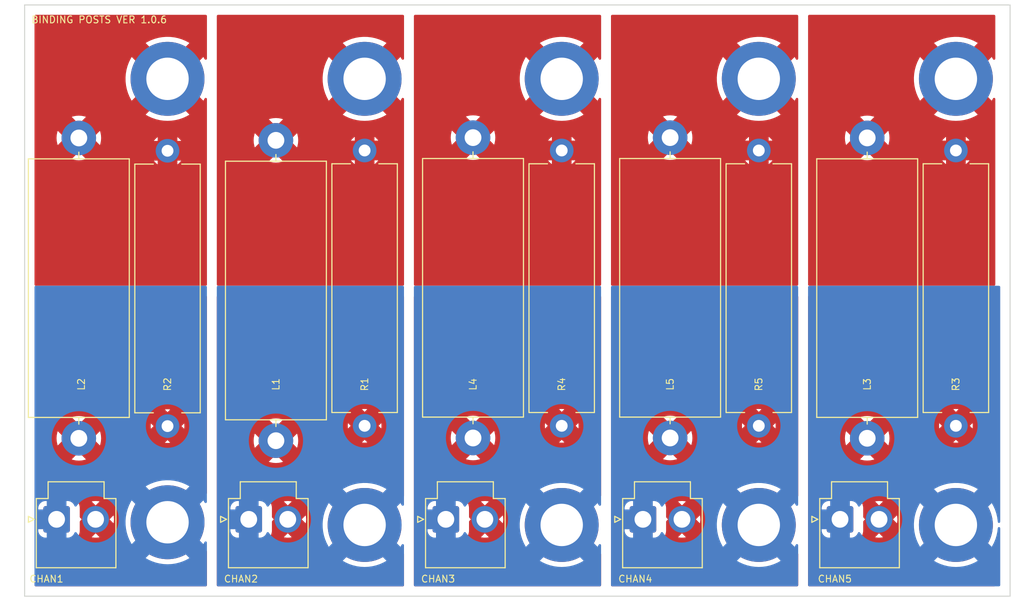
<source format=kicad_pcb>
(kicad_pcb (version 20211014) (generator pcbnew)
  (layers (0 "F.Cu" signal) (31 "B.Cu" signal) (34 "B.Paste" user) (35 "F.Paste" user) (36 "B.SilkS" user "B.Silkscreen") (37 "F.SilkS" user "F.Silkscreen") (38 "B.Mask" user) (39 "F.Mask" user) (44 "Edge.Cuts" user))
  (net 0 "")
  (net 1 "SIGNAL")
  (net 2 "PGND")
  (net 3 "SPEAKER")
  (net 4 "SPEAKER2")
  (net 5 "PGND2")
  (net 6 "SIGNAL2")
  (net 7 "SPEAKER3")
  (net 8 "PGND3")
  (net 9 "SIGNAL3")
  (net 10 "SPEAKER4")
  (net 11 "PGND4")
  (net 12 "SIGNAL4")
  (net 13 "SPEAKER5")
  (net 14 "PGND5")
  (net 15 "SIGNAL5")
  (footprint "Connector_JST:JST_VH_B2P-VH-B_1x02_P3.96mm_Vertical" (layer "F.Cu") (at 166.2425 92.7)
    (fp_text reference "J4" hide)
    (fp_text value "Conn_01x02_Male")
    (fp_line (start -2.06 -2.11) (end -0.86 -2.11) (layer "F.SilkS") (width 0.12))
    (fp_line (start 4.82 -2.11) (end 6.02 -2.11) (layer "F.SilkS") (width 0.12))
    (fp_line (start -0.86 -2.11) (end -0.86 -3.81) (layer "F.SilkS") (width 0.12))
    (fp_line (start 6.02 -2.11) (end 6.02 4.91) (layer "F.SilkS") (width 0.12))
    (fp_line (start -2.06 4.91) (end -2.06 -2.11) (layer "F.SilkS") (width 0.12))
    (fp_line (start -2.86 0.3) (end -2.86 -0.3) (layer "F.SilkS") (width 0.12))
    (fp_line (start -2.86 -0.3) (end -2.26 0) (layer "F.SilkS") (width 0.12))
    (fp_line (start 4.82 -3.81) (end 4.82 -2.11) (layer "F.SilkS") (width 0.12))
    (fp_line (start -0.86 -3.81) (end 4.82 -3.81) (layer "F.SilkS") (width 0.12))
    (fp_line (start 6.02 4.91) (end -2.06 4.91) (layer "F.SilkS") (width 0.12))
    (fp_line (start -2.26 0) (end -2.86 0.3) (layer "F.SilkS") (width 0.12))
    (pad "1" thru_hole roundrect (at 0 0) (size 2.7 2.7) (drill 1.7) (layers *.Cu *.Mask) (roundrect_rratio 0.09259296296) (net 8 "PGND3"))
    (pad "2" thru_hole circle (at 3.96 0) (size 2.7 2.7) (drill 1.7) (layers *.Cu *.Mask) (net 9 "SIGNAL3"))
  )
  (footprint "Inductor_THT:L_Axial_L26.0mm_D10.0mm_P30.48mm_Horizontal_Fastron_77A" (layer "F.Cu") (at 169 53.965 -90)
    (fp_text reference "L4" (at 25.035 0 90 unlocked) (layer "F.SilkS") (effects (font (size 0.7 0.7) (thickness 0.1))))
    (fp_text value "0.7u")
    (fp_line (start 28.36 -5.12) (end 2.12 -5.12) (layer "F.SilkS") (width 0.12))
    (fp_line (start 2.12 5.12) (end 28.36 5.12) (layer "F.SilkS") (width 0.12))
    (fp_line (start 28.36 5.12) (end 28.36 -5.12) (layer "F.SilkS") (width 0.12))
    (fp_line (start 29.04 0) (end 28.36 0) (layer "F.SilkS") (width 0.12))
    (fp_line (start 1.44 0) (end 2.12 0) (layer "F.SilkS") (width 0.12))
    (fp_line (start 2.12 -5.12) (end 2.12 5.12) (layer "F.SilkS") (width 0.12))
    (pad "1" thru_hole circle (at 0 0 270) (size 3.5 3.5) (drill 1.7) (layers *.Cu *.Mask) (net 7 "SPEAKER3"))
    (pad "2" thru_hole circle (at 30.48 0 270) (size 3.5 3.5) (drill 1.7) (layers *.Cu *.Mask) (net 9 "SIGNAL3"))
  )
  (footprint "MountingHole:MountingHole_4.3mm_M4_DIN965_Pad" (layer "F.Cu") (at 138 92.995)
    (fp_text reference "H4" hide)
    (fp_text value "MountingHole_Pad")
    (pad "1" thru_hole circle (at 0 0) (size 7.5 7.5) (drill 4.3) (layers *.Cu *.Mask) (net 2 "PGND"))
  )
  (footprint "Inductor_THT:L_Axial_L26.0mm_D10.0mm_P30.48mm_Horizontal_Fastron_77A" (layer "F.Cu") (at 129 54 -90)
    (fp_text reference "L2" (at 25 -0.25 90 unlocked) (layer "F.SilkS") (effects (font (size 0.7 0.7) (thickness 0.1))))
    (fp_text value "0.7u")
    (fp_line (start 28.36 5.12) (end 28.36 -5.12) (layer "F.SilkS") (width 0.12))
    (fp_line (start 1.44 0) (end 2.12 0) (layer "F.SilkS") (width 0.12))
    (fp_line (start 28.36 -5.12) (end 2.12 -5.12) (layer "F.SilkS") (width 0.12))
    (fp_line (start 2.12 -5.12) (end 2.12 5.12) (layer "F.SilkS") (width 0.12))
    (fp_line (start 2.12 5.12) (end 28.36 5.12) (layer "F.SilkS") (width 0.12))
    (fp_line (start 29.04 0) (end 28.36 0) (layer "F.SilkS") (width 0.12))
    (pad "1" thru_hole circle (at 0 0 270) (size 3.5 3.5) (drill 1.7) (layers *.Cu *.Mask) (net 3 "SPEAKER"))
    (pad "2" thru_hole circle (at 30.48 0 270) (size 3.5 3.5) (drill 1.7) (layers *.Cu *.Mask) (net 1 "SIGNAL"))
  )
  (footprint "MountingHole:MountingHole_4.3mm_M4_DIN965_Pad" (layer "F.Cu") (at 218 93.27)
    (fp_text reference "H7" hide)
    (fp_text value "MountingHole_Pad")
    (pad "1" thru_hole circle (at 0 0) (size 7.5 7.5) (drill 4.3) (layers *.Cu *.Mask) (net 14 "PGND5"))
  )
  (footprint "MountingHole:MountingHole_4.3mm_M4_DIN965_Pad" (layer "F.Cu") (at 218 48)
    (fp_text reference "H5" hide)
    (fp_text value "MountingHole_Pad")
    (pad "1" thru_hole circle (at 0 0) (size 7.5 7.5) (drill 4.3) (layers *.Cu *.Mask) (net 13 "SPEAKER5"))
  )
  (footprint "MountingHole:MountingHole_4.3mm_M4_DIN965_Pad" (layer "F.Cu") (at 178 48)
    (fp_text reference "H6" hide)
    (fp_text value "MountingHole_Pad")
    (pad "1" thru_hole circle (at 0 0) (size 7.5 7.5) (drill 4.3) (layers *.Cu *.Mask) (net 7 "SPEAKER3"))
  )
  (footprint "Resistor_THT:R_Axial_Power_L25.0mm_W6.4mm_P27.94mm" (layer "F.Cu") (at 198 83.21 90)
    (fp_text reference "R5" (at 4.21 0 90 unlocked) (layer "F.SilkS") (effects (font (size 0.7 0.7) (thickness 0.1))))
    (fp_text value "10R")
    (fp_line (start 1.35 3.32) (end 26.59 3.32) (layer "F.SilkS") (width 0.12))
    (fp_line (start 1.35 -1.44) (end 1.35 -3.32) (layer "F.SilkS") (width 0.12))
    (fp_line (start 1.35 1.44) (end 1.35 3.32) (layer "F.SilkS") (width 0.12))
    (fp_line (start 1.35 -3.32) (end 26.59 -3.32) (layer "F.SilkS") (width 0.12))
    (fp_line (start 26.59 3.32) (end 26.59 1.44) (layer "F.SilkS") (width 0.12))
    (fp_line (start 26.59 -3.32) (end 26.59 -1.44) (layer "F.SilkS") (width 0.12))
    (pad "1" thru_hole circle (at 0 0 90) (size 2.4 2.4) (drill 1.2) (layers *.Cu *.Mask) (net 12 "SIGNAL4"))
    (pad "2" thru_hole oval (at 27.94 0 90) (size 2.4 2.4) (drill 1.2) (layers *.Cu *.Mask) (net 10 "SPEAKER4"))
  )
  (footprint "MountingHole:MountingHole_4.3mm_M4_DIN965_Pad" (layer "F.Cu") (at 138 48)
    (fp_text reference "H2" hide)
    (fp_text value "MountingHole_Pad")
    (pad "1" thru_hole circle (at 0 0) (size 7.5 7.5) (drill 4.3) (layers *.Cu *.Mask) (net 3 "SPEAKER"))
  )
  (footprint "Resistor_THT:R_Axial_Power_L25.0mm_W6.4mm_P27.94mm" (layer "F.Cu") (at 138 83.24 90)
    (fp_text reference "R2" (at 4.24 0 90 unlocked) (layer "F.SilkS") (effects (font (size 0.7 0.7) (thickness 0.1))))
    (fp_text value "10R")
    (fp_line (start 1.35 3.32) (end 26.59 3.32) (layer "F.SilkS") (width 0.12))
    (fp_line (start 26.59 -3.32) (end 26.59 -1.44) (layer "F.SilkS") (width 0.12))
    (fp_line (start 1.35 -1.44) (end 1.35 -3.32) (layer "F.SilkS") (width 0.12))
    (fp_line (start 1.35 -3.32) (end 26.59 -3.32) (layer "F.SilkS") (width 0.12))
    (fp_line (start 1.35 1.44) (end 1.35 3.32) (layer "F.SilkS") (width 0.12))
    (fp_line (start 26.59 3.32) (end 26.59 1.44) (layer "F.SilkS") (width 0.12))
    (pad "1" thru_hole circle (at 0 0 90) (size 2.4 2.4) (drill 1.2) (layers *.Cu *.Mask) (net 1 "SIGNAL"))
    (pad "2" thru_hole oval (at 27.94 0 90) (size 2.4 2.4) (drill 1.2) (layers *.Cu *.Mask) (net 3 "SPEAKER"))
  )
  (footprint "Resistor_THT:R_Axial_Power_L25.0mm_W6.4mm_P27.94mm" (layer "F.Cu") (at 218 83.21 90)
    (fp_text reference "R3" (at 4.21 0 90 unlocked) (layer "F.SilkS") (effects (font (size 0.7 0.7) (thickness 0.1))))
    (fp_text value "10R")
    (fp_line (start 1.35 1.44) (end 1.35 3.32) (layer "F.SilkS") (width 0.12))
    (fp_line (start 26.59 -3.32) (end 26.59 -1.44) (layer "F.SilkS") (width 0.12))
    (fp_line (start 1.35 -3.32) (end 26.59 -3.32) (layer "F.SilkS") (width 0.12))
    (fp_line (start 1.35 -1.44) (end 1.35 -3.32) (layer "F.SilkS") (width 0.12))
    (fp_line (start 26.59 3.32) (end 26.59 1.44) (layer "F.SilkS") (width 0.12))
    (fp_line (start 1.35 3.32) (end 26.59 3.32) (layer "F.SilkS") (width 0.12))
    (pad "1" thru_hole circle (at 0 0 90) (size 2.4 2.4) (drill 1.2) (layers *.Cu *.Mask) (net 15 "SIGNAL5"))
    (pad "2" thru_hole oval (at 27.94 0 90) (size 2.4 2.4) (drill 1.2) (layers *.Cu *.Mask) (net 13 "SPEAKER5"))
  )
  (footprint "Inductor_THT:L_Axial_L26.0mm_D10.0mm_P30.48mm_Horizontal_Fastron_77A" (layer "F.Cu") (at 149 54.24 -90)
    (fp_text reference "L1" (at 24.76 0 90 unlocked) (layer "F.SilkS") (effects (font (size 0.7 0.7) (thickness 0.1))))
    (fp_text value "0.7u")
    (fp_line (start 2.12 5.12) (end 28.36 5.12) (layer "F.SilkS") (width 0.12))
    (fp_line (start 1.44 0) (end 2.12 0) (layer "F.SilkS") (width 0.12))
    (fp_line (start 28.36 -5.12) (end 2.12 -5.12) (layer "F.SilkS") (width 0.12))
    (fp_line (start 28.36 5.12) (end 28.36 -5.12) (layer "F.SilkS") (width 0.12))
    (fp_line (start 2.12 -5.12) (end 2.12 5.12) (layer "F.SilkS") (width 0.12))
    (fp_line (start 29.04 0) (end 28.36 0) (layer "F.SilkS") (width 0.12))
    (pad "1" thru_hole circle (at 0 0 270) (size 3.5 3.5) (drill 1.7) (layers *.Cu *.Mask) (net 4 "SPEAKER2"))
    (pad "2" thru_hole circle (at 30.48 0 270) (size 3.5 3.5) (drill 1.7) (layers *.Cu *.Mask) (net 6 "SIGNAL2"))
  )
  (footprint "Connector_JST:JST_VH_B2P-VH-B_1x02_P3.96mm_Vertical" (layer "F.Cu") (at 146.2425 92.7)
    (fp_text reference "J1" hide)
    (fp_text value "Conn_01x02_Male")
    (fp_line (start -2.86 0.3) (end -2.86 -0.3) (layer "F.SilkS") (width 0.12))
    (fp_line (start 6.02 4.91) (end -2.06 4.91) (layer "F.SilkS") (width 0.12))
    (fp_line (start -0.86 -2.11) (end -0.86 -3.81) (layer "F.SilkS") (width 0.12))
    (fp_line (start -2.06 -2.11) (end -0.86 -2.11) (layer "F.SilkS") (width 0.12))
    (fp_line (start -2.26 0) (end -2.86 0.3) (layer "F.SilkS") (width 0.12))
    (fp_line (start -2.86 -0.3) (end -2.26 0) (layer "F.SilkS") (width 0.12))
    (fp_line (start 4.82 -2.11) (end 6.02 -2.11) (layer "F.SilkS") (width 0.12))
    (fp_line (start 4.82 -3.81) (end 4.82 -2.11) (layer "F.SilkS") (width 0.12))
    (fp_line (start 6.02 -2.11) (end 6.02 4.91) (layer "F.SilkS") (width 0.12))
    (fp_line (start -0.86 -3.81) (end 4.82 -3.81) (layer "F.SilkS") (width 0.12))
    (fp_line (start -2.06 4.91) (end -2.06 -2.11) (layer "F.SilkS") (width 0.12))
    (pad "1" thru_hole roundrect (at 0 0) (size 2.7 2.7) (drill 1.7) (layers *.Cu *.Mask) (roundrect_rratio 0.09259296296) (net 5 "PGND2"))
    (pad "2" thru_hole circle (at 3.96 0) (size 2.7 2.7) (drill 1.7) (layers *.Cu *.Mask) (net 6 "SIGNAL2"))
  )
  (footprint "MountingHole:MountingHole_4.3mm_M4_DIN965_Pad" (layer "F.Cu") (at 198 48)
    (fp_text reference "H9" hide)
    (fp_text value "MountingHole_Pad")
    (pad "1" thru_hole circle (at 0 0) (size 7.5 7.5) (drill 4.3) (layers *.Cu *.Mask) (net 10 "SPEAKER4"))
  )
  (footprint "Resistor_THT:R_Axial_Power_L25.0mm_W6.4mm_P27.94mm" (layer "F.Cu") (at 178 83.21 90)
    (fp_text reference "R4" (at 4.21 0 90 unlocked) (layer "F.SilkS") (effects (font (size 0.7 0.7) (thickness 0.1))))
    (fp_text value "10R")
    (fp_line (start 1.35 1.44) (end 1.35 3.32) (layer "F.SilkS") (width 0.12))
    (fp_line (start 26.59 3.32) (end 26.59 1.44) (layer "F.SilkS") (width 0.12))
    (fp_line (start 1.35 -3.32) (end 26.59 -3.32) (layer "F.SilkS") (width 0.12))
    (fp_line (start 1.35 -1.44) (end 1.35 -3.32) (layer "F.SilkS") (width 0.12))
    (fp_line (start 1.35 3.32) (end 26.59 3.32) (layer "F.SilkS") (width 0.12))
    (fp_line (start 26.59 -3.32) (end 26.59 -1.44) (layer "F.SilkS") (width 0.12))
    (pad "1" thru_hole circle (at 0 0 90) (size 2.4 2.4) (drill 1.2) (layers *.Cu *.Mask) (net 9 "SIGNAL3"))
    (pad "2" thru_hole oval (at 27.94 0 90) (size 2.4 2.4) (drill 1.2) (layers *.Cu *.Mask) (net 7 "SPEAKER3"))
  )
  (footprint "MountingHole:MountingHole_4.3mm_M4_DIN965_Pad" (layer "F.Cu") (at 158 48)
    (fp_text reference "H1" hide)
    (fp_text value "MountingHole_Pad")
    (pad "1" thru_hole circle (at 0 0) (size 7.5 7.5) (drill 4.3) (layers *.Cu *.Mask) (net 4 "SPEAKER2"))
  )
  (footprint "Resistor_THT:R_Axial_Power_L25.0mm_W6.4mm_P27.94mm" (layer "F.Cu") (at 158 83.21 90)
    (fp_text reference "R1" (at 4.21 0 90 unlocked) (layer "F.SilkS") (effects (font (size 0.7 0.7) (thickness 0.1))))
    (fp_text value "10R")
    (fp_line (start 26.59 -3.32) (end 26.59 -1.44) (layer "F.SilkS") (width 0.12))
    (fp_line (start 26.59 3.32) (end 26.59 1.44) (layer "F.SilkS") (width 0.12))
    (fp_line (start 1.35 -3.32) (end 26.59 -3.32) (layer "F.SilkS") (width 0.12))
    (fp_line (start 1.35 -1.44) (end 1.35 -3.32) (layer "F.SilkS") (width 0.12))
    (fp_line (start 1.35 3.32) (end 26.59 3.32) (layer "F.SilkS") (width 0.12))
    (fp_line (start 1.35 1.44) (end 1.35 3.32) (layer "F.SilkS") (width 0.12))
    (pad "1" thru_hole circle (at 0 0 90) (size 2.4 2.4) (drill 1.2) (layers *.Cu *.Mask) (net 6 "SIGNAL2"))
    (pad "2" thru_hole oval (at 27.94 0 90) (size 2.4 2.4) (drill 1.2) (layers *.Cu *.Mask) (net 4 "SPEAKER2"))
  )
  (footprint "Inductor_THT:L_Axial_L26.0mm_D10.0mm_P30.48mm_Horizontal_Fastron_77A" (layer "F.Cu") (at 189 53.965 -90)
    (fp_text reference "L5" (at 25.035 0 90 unlocked) (layer "F.SilkS") (effects (font (size 0.7 0.7) (thickness 0.1))))
    (fp_text value "0.7u")
    (fp_line (start 28.36 -5.12) (end 2.12 -5.12) (layer "F.SilkS") (width 0.12))
    (fp_line (start 2.12 5.12) (end 28.36 5.12) (layer "F.SilkS") (width 0.12))
    (fp_line (start 29.04 0) (end 28.36 0) (layer "F.SilkS") (width 0.12))
    (fp_line (start 1.44 0) (end 2.12 0) (layer "F.SilkS") (width 0.12))
    (fp_line (start 28.36 5.12) (end 28.36 -5.12) (layer "F.SilkS") (width 0.12))
    (fp_line (start 2.12 -5.12) (end 2.12 5.12) (layer "F.SilkS") (width 0.12))
    (pad "1" thru_hole circle (at 0 0 270) (size 3.5 3.5) (drill 1.7) (layers *.Cu *.Mask) (net 10 "SPEAKER4"))
    (pad "2" thru_hole circle (at 30.48 0 270) (size 3.5 3.5) (drill 1.7) (layers *.Cu *.Mask) (net 12 "SIGNAL4"))
  )
  (footprint "Inductor_THT:L_Axial_L26.0mm_D10.0mm_P30.48mm_Horizontal_Fastron_77A" (layer "F.Cu") (at 209 53.995 -90)
    (fp_text reference "L3" (at 25.005 0 90 unlocked) (layer "F.SilkS") (effects (font (size 0.7 0.7) (thickness 0.1))))
    (fp_text value "0.7u")
    (fp_line (start 1.44 0) (end 2.12 0) (layer "F.SilkS") (width 0.12))
    (fp_line (start 2.12 5.12) (end 28.36 5.12) (layer "F.SilkS") (width 0.12))
    (fp_line (start 28.36 -5.12) (end 2.12 -5.12) (layer "F.SilkS") (width 0.12))
    (fp_line (start 2.12 -5.12) (end 2.12 5.12) (layer "F.SilkS") (width 0.12))
    (fp_line (start 29.04 0) (end 28.36 0) (layer "F.SilkS") (width 0.12))
    (fp_line (start 28.36 5.12) (end 28.36 -5.12) (layer "F.SilkS") (width 0.12))
    (pad "1" thru_hole circle (at 0 0 270) (size 3.5 3.5) (drill 1.7) (layers *.Cu *.Mask) (net 13 "SPEAKER5"))
    (pad "2" thru_hole circle (at 30.48 0 270) (size 3.5 3.5) (drill 1.7) (layers *.Cu *.Mask) (net 15 "SIGNAL5"))
  )
  (footprint "Connector_JST:JST_VH_B2P-VH-B_1x02_P3.96mm_Vertical" (layer "F.Cu") (at 186.2425 92.7)
    (fp_text reference "J5" hide)
    (fp_text value "Conn_01x02_Male")
    (fp_line (start -2.86 0.3) (end -2.86 -0.3) (layer "F.SilkS") (width 0.12))
    (fp_line (start -2.86 -0.3) (end -2.26 0) (layer "F.SilkS") (width 0.12))
    (fp_line (start -2.06 -2.11) (end -0.86 -2.11) (layer "F.SilkS") (width 0.12))
    (fp_line (start -0.86 -2.11) (end -0.86 -3.81) (layer "F.SilkS") (width 0.12))
    (fp_line (start -2.06 4.91) (end -2.06 -2.11) (layer "F.SilkS") (width 0.12))
    (fp_line (start 4.82 -2.11) (end 6.02 -2.11) (layer "F.SilkS") (width 0.12))
    (fp_line (start -0.86 -3.81) (end 4.82 -3.81) (layer "F.SilkS") (width 0.12))
    (fp_line (start 4.82 -3.81) (end 4.82 -2.11) (layer "F.SilkS") (width 0.12))
    (fp_line (start 6.02 4.91) (end -2.06 4.91) (layer "F.SilkS") (width 0.12))
    (fp_line (start -2.26 0) (end -2.86 0.3) (layer "F.SilkS") (width 0.12))
    (fp_line (start 6.02 -2.11) (end 6.02 4.91) (layer "F.SilkS") (width 0.12))
    (pad "1" thru_hole roundrect (at 0 0) (size 2.7 2.7) (drill 1.7) (layers *.Cu *.Mask) (roundrect_rratio 0.09259296296) (net 11 "PGND4"))
    (pad "2" thru_hole circle (at 3.96 0) (size 2.7 2.7) (drill 1.7) (layers *.Cu *.Mask) (net 12 "SIGNAL4"))
  )
  (footprint "Connector_JST:JST_VH_B2P-VH-B_1x02_P3.96mm_Vertical" (layer "F.Cu") (at 206.2425 92.7)
    (fp_text reference "J3" hide)
    (fp_text value "Conn_01x02_Male")
    (fp_line (start 4.82 -3.81) (end 4.82 -2.11) (layer "F.SilkS") (width 0.12))
    (fp_line (start -2.06 4.91) (end -2.06 -2.11) (layer "F.SilkS") (width 0.12))
    (fp_line (start -0.86 -2.11) (end -0.86 -3.81) (layer "F.SilkS") (width 0.12))
    (fp_line (start -2.26 0) (end -2.86 0.3) (layer "F.SilkS") (width 0.12))
    (fp_line (start -2.86 0.3) (end -2.86 -0.3) (layer "F.SilkS") (width 0.12))
    (fp_line (start 6.02 -2.11) (end 6.02 4.91) (layer "F.SilkS") (width 0.12))
    (fp_line (start -2.06 -2.11) (end -0.86 -2.11) (layer "F.SilkS") (width 0.12))
    (fp_line (start -2.86 -0.3) (end -2.26 0) (layer "F.SilkS") (width 0.12))
    (fp_line (start 4.82 -2.11) (end 6.02 -2.11) (layer "F.SilkS") (width 0.12))
    (fp_line (start 6.02 4.91) (end -2.06 4.91) (layer "F.SilkS") (width 0.12))
    (fp_line (start -0.86 -3.81) (end 4.82 -3.81) (layer "F.SilkS") (width 0.12))
    (pad "1" thru_hole roundrect (at 0 0) (size 2.7 2.7) (drill 1.7) (layers *.Cu *.Mask) (roundrect_rratio 0.09259296296) (net 14 "PGND5"))
    (pad "2" thru_hole circle (at 3.96 0) (size 2.7 2.7) (drill 1.7) (layers *.Cu *.Mask) (net 15 "SIGNAL5"))
  )
  (footprint "Connector_JST:JST_VH_B2P-VH-B_1x02_P3.96mm_Vertical" (layer "F.Cu") (at 126.7425 92.7)
    (fp_text reference "J2" hide)
    (fp_text value "Conn_01x02_Male")
    (fp_line (start 6.02 -2.11) (end 6.02 4.91) (layer "F.SilkS") (width 0.12))
    (fp_line (start -2.86 0.3) (end -2.86 -0.3) (layer "F.SilkS") (width 0.12))
    (fp_line (start -0.86 -2.11) (end -0.86 -3.81) (layer "F.SilkS") (width 0.12))
    (fp_line (start -2.86 -0.3) (end -2.26 0) (layer "F.SilkS") (width 0.12))
    (fp_line (start -2.06 -2.11) (end -0.86 -2.11) (layer "F.SilkS") (width 0.12))
    (fp_line (start -2.26 0) (end -2.86 0.3) (layer "F.SilkS") (width 0.12))
    (fp_line (start 4.82 -3.81) (end 4.82 -2.11) (layer "F.SilkS") (width 0.12))
    (fp_line (start 6.02 4.91) (end -2.06 4.91) (layer "F.SilkS") (width 0.12))
    (fp_line (start -0.86 -3.81) (end 4.82 -3.81) (layer "F.SilkS") (width 0.12))
    (fp_line (start -2.06 4.91) (end -2.06 -2.11) (layer "F.SilkS") (width 0.12))
    (fp_line (start 4.82 -2.11) (end 6.02 -2.11) (layer "F.SilkS") (width 0.12))
    (pad "1" thru_hole roundrect (at 0 0) (size 2.7 2.7) (drill 1.7) (layers *.Cu *.Mask) (roundrect_rratio 0.09259296296) (net 2 "PGND"))
    (pad "2" thru_hole circle (at 3.96 0) (size 2.7 2.7) (drill 1.7) (layers *.Cu *.Mask) (net 1 "SIGNAL"))
  )
  (footprint "MountingHole:MountingHole_4.3mm_M4_DIN965_Pad" (layer "F.Cu") (at 158 93.27)
    (fp_text reference "H3" hide)
    (fp_text value "MountingHole_Pad")
    (pad "1" thru_hole circle (at 0 0) (size 7.5 7.5) (drill 4.3) (layers *.Cu *.Mask) (net 5 "PGND2"))
  )
  (footprint "MountingHole:MountingHole_4.3mm_M4_DIN965_Pad" (layer "F.Cu") (at 178 93.27)
    (fp_text reference "H8" hide)
    (fp_text value "MountingHole_Pad")
    (pad "1" thru_hole circle (at 0 0) (size 7.5 7.5) (drill 4.3) (layers *.Cu *.Mask) (net 8 "PGND3"))
  )
  (footprint "MountingHole:MountingHole_4.3mm_M4_DIN965_Pad" (layer "F.Cu") (at 198 93.27)
    (fp_text reference "H10" hide)
    (fp_text value "MountingHole_Pad")
    (pad "1" thru_hole circle (at 0 0) (size 7.5 7.5) (drill 4.3) (layers *.Cu *.Mask) (net 11 "PGND4"))
  )
  (gr_line (start 123.5 40.5) (end 123.5 100.5) (layer "Edge.Cuts") (width 0.1))
  (gr_line (start 223.5 100.5) (end 223.5 40.5) (layer "Edge.Cuts") (width 0.1))
  (gr_line (start 223.5 40.5) (end 123.5 40.5) (layer "Edge.Cuts") (width 0.1))
  (gr_line (start 123.5 100.5) (end 223.5 100.5) (layer "Edge.Cuts") (width 0.1))
  (gr_text "CHAN3" (at 167.2375 98.75) (layer "F.SilkS") (effects (font (size 0.7 0.7) (thickness 0.1)) (justify right)))
  (gr_text "CHAN5" (at 207.5 98.75) (layer "F.SilkS") (effects (font (size 0.7 0.7) (thickness 0.1)) (justify right)))
  (gr_text "CHAN4" (at 187.25 98.75) (layer "F.SilkS") (effects (font (size 0.7 0.7) (thickness 0.1)) (justify right)))
  (gr_text "CHAN2" (at 147.2375 98.75) (layer "F.SilkS") (effects (font (size 0.7 0.7) (thickness 0.1)) (justify right)))
  (gr_text "CHAN1" (at 127.5 98.75) (layer "F.SilkS") (effects (font (size 0.7 0.7) (thickness 0.1)) (justify right)))
  (gr_text "BINDING POSTS VER 1.0.6" (at 138 42) (layer "F.SilkS") (effects (font (size 0.7 0.7) (thickness 0.1)) (justify right)))
  (zone (net 3) (net_name "SPEAKER") (layer "F.Cu") (connect_pads (clearance 1)) (min_thickness 0.254) (fill yes (thermal_gap 0.508) (thermal_bridge_width 2))
    (polygon (pts (xy 142 69) (xy 123 69) (xy 123 40) (xy 142 40)))
  )
  (zone (net 7) (net_name "SPEAKER3") (layer "F.Cu") (connect_pads (clearance 1)) (min_thickness 0.254) (fill yes (thermal_gap 0.508) (thermal_bridge_width 2))
    (polygon (pts (xy 182 69) (xy 163 69) (xy 163 40) (xy 182 40)))
  )
  (zone (net 1) (net_name "SIGNAL") (layer "F.Cu") (connect_pads (clearance 1)) (min_thickness 0.254) (fill yes (thermal_gap 0.508) (thermal_bridge_width 2))
    (polygon (pts (xy 142 101) (xy 123 101) (xy 123 70) (xy 142 70)))
  )
  (zone (net 6) (net_name "SIGNAL2") (layer "F.Cu") (connect_pads (clearance 1)) (min_thickness 0.254) (fill yes (thermal_gap 0.508) (thermal_bridge_width 2))
    (polygon (pts (xy 162 101) (xy 143 101) (xy 143 70) (xy 162 70)))
  )
  (zone (net 9) (net_name "SIGNAL3") (layer "F.Cu") (connect_pads (clearance 1)) (min_thickness 0.254) (fill yes (thermal_gap 0.508) (thermal_bridge_width 2))
    (polygon (pts (xy 182 101) (xy 163 101) (xy 163 70) (xy 182 70)))
  )
  (zone (net 13) (net_name "SPEAKER5") (layer "F.Cu") (connect_pads (clearance 1)) (min_thickness 0.254) (fill yes (thermal_gap 0.508) (thermal_bridge_width 2))
    (polygon (pts (xy 222 69) (xy 203 69) (xy 203 40) (xy 222 40)))
  )
  (zone (net 12) (net_name "SIGNAL4") (layer "F.Cu") (connect_pads (clearance 1)) (min_thickness 0.254) (fill yes (thermal_gap 0.508) (thermal_bridge_width 2))
    (polygon (pts (xy 202 101) (xy 183 101) (xy 183 70) (xy 202 70)))
  )
  (zone (net 4) (net_name "SPEAKER2") (layer "F.Cu") (connect_pads (clearance 1)) (min_thickness 0.254) (fill yes (thermal_gap 0.508) (thermal_bridge_width 2))
    (polygon (pts (xy 162 69) (xy 143 69) (xy 143 40) (xy 162 40)))
  )
  (zone (net 10) (net_name "SPEAKER4") (layer "F.Cu") (connect_pads (clearance 1)) (min_thickness 0.254) (fill yes (thermal_gap 0.508) (thermal_bridge_width 2))
    (polygon (pts (xy 202 69) (xy 183 69) (xy 183 40) (xy 202 40)))
  )
  (zone (net 15) (net_name "SIGNAL5") (layer "F.Cu") (connect_pads (clearance 1)) (min_thickness 0.254) (fill yes (thermal_gap 0.508) (thermal_bridge_width 2))
    (polygon (pts (xy 222 101) (xy 203 101) (xy 203 70) (xy 222 70)))
  )
  (zone (net 11) (net_name "PGND4") (layer "B.Cu") (priority 4) (connect_pads (clearance 1)) (min_thickness 0.254) (fill yes (thermal_gap 0.508) (thermal_bridge_width 2))
    (polygon (pts (xy 203 101) (xy 183 101) (xy 183 69) (xy 203 69)))
  )
  (zone (net 2) (net_name "PGND") (layer "B.Cu") (connect_pads (clearance 1)) (min_thickness 0.254) (fill yes (thermal_gap 0.508) (thermal_bridge_width 2))
    (polygon (pts (xy 143 101) (xy 123 101) (xy 123 69) (xy 143 69)))
  )
  (zone (net 14) (net_name "PGND5") (layer "B.Cu") (priority 5) (connect_pads (clearance 1)) (min_thickness 0.254) (fill yes (thermal_gap 0.508) (thermal_bridge_width 2))
    (polygon (pts (xy 223 101) (xy 203 101) (xy 203 69) (xy 223 69)))
  )
  (zone (net 5) (net_name "PGND2") (layer "B.Cu") (priority 1) (connect_pads (clearance 1)) (min_thickness 0.254) (fill yes (thermal_gap 0.508) (thermal_bridge_width 2))
    (polygon (pts (xy 163 101) (xy 143 101) (xy 143 69) (xy 163 69)))
  )
  (zone (net 8) (net_name "PGND3") (layer "B.Cu") (priority 3) (connect_pads (clearance 1)) (min_thickness 0.254) (fill yes (thermal_gap 0.508) (thermal_bridge_width 2))
    (polygon (pts (xy 183 101) (xy 163 101) (xy 163 69) (xy 183 69)))
  )
)
</source>
